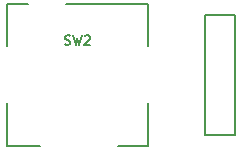
<source format=gbr>
%TF.GenerationSoftware,KiCad,Pcbnew,(5.1.9-1-g591a07d2d9)-1*%
%TF.CreationDate,2021-07-28T01:57:03-06:00*%
%TF.ProjectId,keyboard-layout,6b657962-6f61-4726-942d-6c61796f7574,rev?*%
%TF.SameCoordinates,Original*%
%TF.FileFunction,Legend,Top*%
%TF.FilePolarity,Positive*%
%FSLAX46Y46*%
G04 Gerber Fmt 4.6, Leading zero omitted, Abs format (unit mm)*
G04 Created by KiCad (PCBNEW (5.1.9-1-g591a07d2d9)-1) date 2021-07-28 01:57:03*
%MOMM*%
%LPD*%
G01*
G04 APERTURE LIST*
%ADD10C,0.150000*%
%ADD11C,0.200000*%
G04 APERTURE END LIST*
D10*
%TO.C,J2*%
X103525000Y-101599500D02*
X103525000Y-91439500D01*
X103525000Y-91439500D02*
X100985000Y-91439500D01*
X100985000Y-91439500D02*
X100985000Y-101599500D01*
X100985000Y-101599500D02*
X103525000Y-101599500D01*
%TO.C,SW2*%
X84230000Y-90519500D02*
X86030000Y-90519500D01*
X87030000Y-102519500D02*
X84230000Y-102519500D01*
X84230000Y-102519500D02*
X84230000Y-98919500D01*
X84230000Y-90519500D02*
X84230000Y-94119500D01*
X96230000Y-90519500D02*
X96230000Y-94119500D01*
X96230000Y-98919500D02*
X96230000Y-102519500D01*
X89230000Y-90519500D02*
X96230000Y-90519500D01*
X96230000Y-102519500D02*
X93630000Y-102519500D01*
D11*
X89161573Y-93942829D02*
X89275859Y-93980924D01*
X89466335Y-93980924D01*
X89542525Y-93942829D01*
X89580620Y-93904734D01*
X89618716Y-93828543D01*
X89618716Y-93752353D01*
X89580620Y-93676162D01*
X89542525Y-93638067D01*
X89466335Y-93599972D01*
X89313954Y-93561877D01*
X89237763Y-93523781D01*
X89199668Y-93485686D01*
X89161573Y-93409496D01*
X89161573Y-93333305D01*
X89199668Y-93257115D01*
X89237763Y-93219020D01*
X89313954Y-93180924D01*
X89504430Y-93180924D01*
X89618716Y-93219020D01*
X89885382Y-93180924D02*
X90075859Y-93980924D01*
X90228240Y-93409496D01*
X90380620Y-93980924D01*
X90571097Y-93180924D01*
X90837763Y-93257115D02*
X90875859Y-93219020D01*
X90952049Y-93180924D01*
X91142525Y-93180924D01*
X91218716Y-93219020D01*
X91256811Y-93257115D01*
X91294906Y-93333305D01*
X91294906Y-93409496D01*
X91256811Y-93523781D01*
X90799668Y-93980924D01*
X91294906Y-93980924D01*
%TD*%
M02*

</source>
